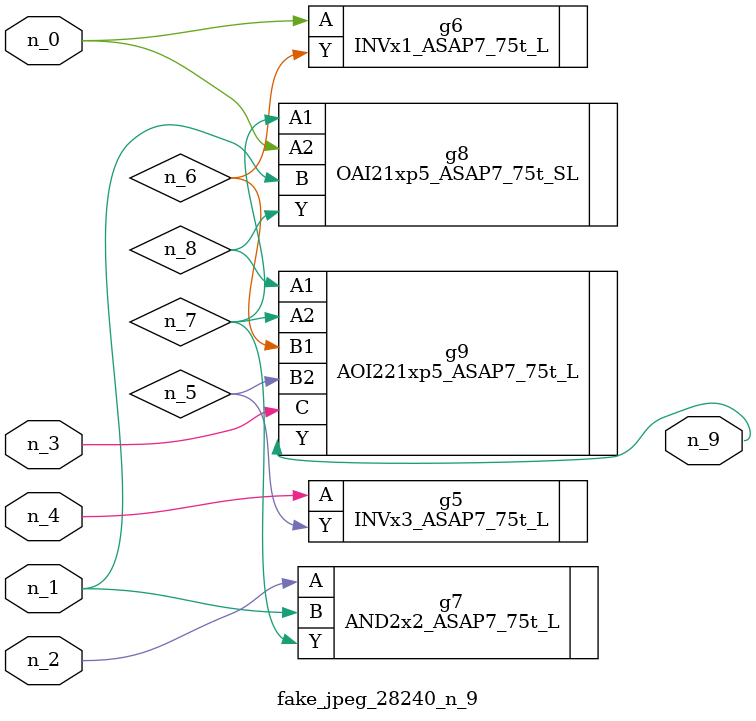
<source format=v>
module fake_jpeg_28240_n_9 (n_3, n_2, n_1, n_0, n_4, n_9);

input n_3;
input n_2;
input n_1;
input n_0;
input n_4;

output n_9;

wire n_8;
wire n_6;
wire n_5;
wire n_7;

INVx3_ASAP7_75t_L g5 ( 
.A(n_4),
.Y(n_5)
);

INVx1_ASAP7_75t_L g6 ( 
.A(n_0),
.Y(n_6)
);

AND2x2_ASAP7_75t_L g7 ( 
.A(n_2),
.B(n_1),
.Y(n_7)
);

OAI21xp5_ASAP7_75t_SL g8 ( 
.A1(n_7),
.A2(n_0),
.B(n_1),
.Y(n_8)
);

AOI221xp5_ASAP7_75t_L g9 ( 
.A1(n_8),
.A2(n_7),
.B1(n_6),
.B2(n_5),
.C(n_3),
.Y(n_9)
);


endmodule
</source>
